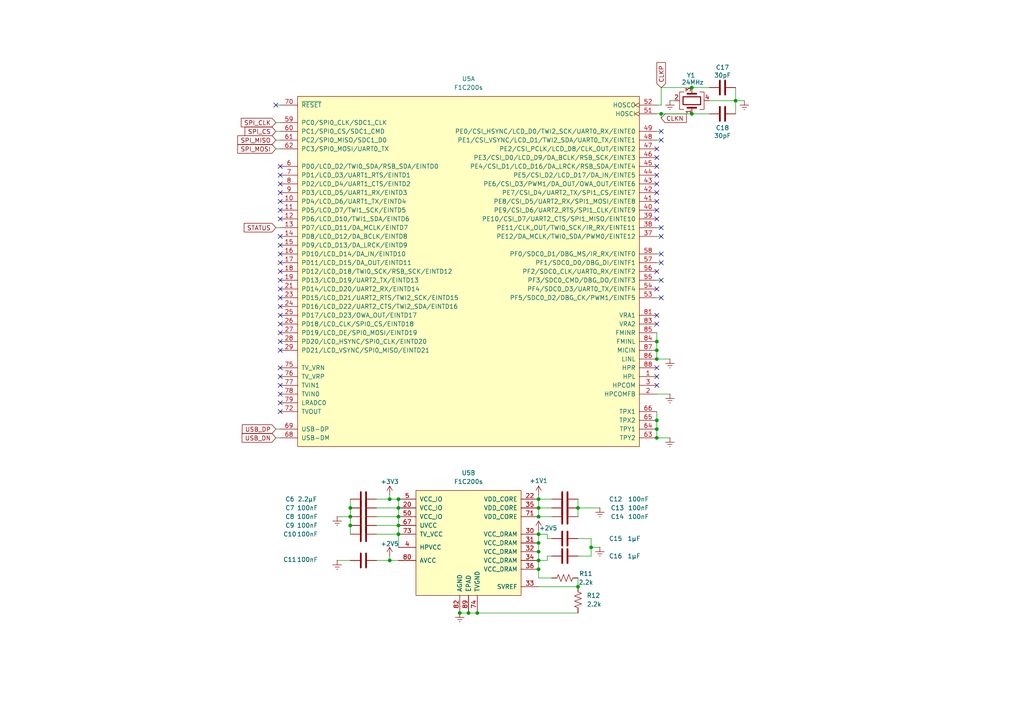
<source format=kicad_sch>
(kicad_sch (version 20231120) (generator "eeschema") (generator_version "8.0")
  (paper "A4")
  (lib_symbols
    (symbol "3340_kicad:F1C100s" (pin_names (offset 1.016))
      (property "Reference" "U" (at 0 1.27 0))
      (property "Value" "F1C100s" (at 0 -1.27 0))
      (symbol "F1C100s_1_0"
        (pin output line (at 55.88 -30.48 180) (length 5.08) (name "HPL") (number "1"))
        (pin bidirectional line (at -53.34 20.32 0) (length 5.08) (name "PD4/LCD_D6/UART1_TX/EINTD4") (number "10"))
        (pin bidirectional line (at -53.34 17.78 0) (length 5.08) (name "PD5/LCD_D7/TWI1_SCK/EINTD5") (number "11"))
        (pin bidirectional line (at -53.34 15.24 0) (length 5.08) (name "PD6/LCD_D10/TWI1_SDA/EINTD6") (number "12"))
        (pin bidirectional line (at -53.34 12.7 0) (length 5.08) (name "PD7/LCD_D11/DA_MCLK/EINTD7") (number "13"))
        (pin bidirectional line (at -53.34 10.16 0) (length 5.08) (name "PD8/LCD_D12/DA_BCLK/EINTD8") (number "14"))
        (pin bidirectional line (at -53.34 7.62 0) (length 5.08) (name "PD9/LCD_D13/DA_LRCK/EINTD9") (number "15"))
        (pin bidirectional line (at -53.34 5.08 0) (length 5.08) (name "PD10/LCD_D14/DA_IN/EINTD10") (number "16"))
        (pin bidirectional line (at -53.34 2.54 0) (length 5.08) (name "PD11/LCD_D15/DA_OUT/EINTD11") (number "17"))
        (pin bidirectional line (at -53.34 0 0) (length 5.08) (name "PD12/LCD_D18/TWI0_SCK/RSB_SCK/EINTD12") (number "18"))
        (pin bidirectional line (at -53.34 -2.54 0) (length 5.08) (name "PD13/LCD_D19/UART2_TX/EINTD13") (number "19"))
        (pin input line (at 55.88 -35.56 180) (length 5.08) (name "HPCOMFB") (number "2"))
        (pin bidirectional line (at -53.34 -5.08 0) (length 5.08) (name "PD14/LCD_D20/UART2_RX/EINTD14") (number "21"))
        (pin bidirectional line (at -53.34 -7.62 0) (length 5.08) (name "PD15/LCD_D21/UART2_RTS/TWI2_SCK/EINTD15") (number "23"))
        (pin bidirectional line (at -53.34 -10.16 0) (length 5.08) (name "PD16/LCD_D22/UART2_CTS/TWI2_SDA/EINTD16") (number "24"))
        (pin bidirectional line (at -53.34 -12.7 0) (length 5.08) (name "PD17/LCD_D23/OWA_OUT/EINTD17") (number "25"))
        (pin bidirectional line (at -53.34 -15.24 0) (length 5.08) (name "PD18/LCD_CLK/SPI0_CS/EINTD18") (number "26"))
        (pin bidirectional line (at -53.34 -17.78 0) (length 5.08) (name "PD19/LCD_DE/SPI0_MOSI/EINTD19") (number "27"))
        (pin bidirectional line (at -53.34 -20.32 0) (length 5.08) (name "PD20/LCD_HSYNC/SPI0_CLK/EINTD20") (number "28"))
        (pin bidirectional line (at -53.34 -22.86 0) (length 5.08) (name "PD21/LCD_VSYNC/SPI0_MISO/EINTD21") (number "29"))
        (pin output line (at 55.88 -33.02 180) (length 5.08) (name "HPCOM") (number "3"))
        (pin bidirectional line (at 55.88 10.16 180) (length 5.08) (name "PE12/DA_MCLK/TWI0_SDA/PWM0/EINTE12") (number "37"))
        (pin bidirectional line (at 55.88 12.7 180) (length 5.08) (name "PE11/CLK_OUT/TWI0_SCK/IR_RX/EINTE11") (number "38"))
        (pin bidirectional line (at 55.88 15.24 180) (length 5.08) (name "PE10/CSI_D7/UART2_CTS/SPI1_MISO/EINTE10") (number "39"))
        (pin bidirectional line (at 55.88 17.78 180) (length 5.08) (name "PE9/CSI_D6/UART2_RTS/SPI1_CLK/EINTE9") (number "40"))
        (pin bidirectional line (at 55.88 20.32 180) (length 5.08) (name "PE8/CSI_D5/UART2_RX/SPI1_MOSI/EINTE8") (number "41"))
        (pin bidirectional line (at 55.88 22.86 180) (length 5.08) (name "PE7/CSI_D4/UART2_TX/SPI1_CS/EINTE7") (number "42"))
        (pin bidirectional line (at 55.88 25.4 180) (length 5.08) (name "PE6/CSI_D3/PWM1/DA_OUT/OWA_OUT/EINTE6") (number "43"))
        (pin bidirectional line (at 55.88 27.94 180) (length 5.08) (name "PE5/CSI_D2/LCD_D17/DA_IN/EINTE5") (number "44"))
        (pin bidirectional line (at 55.88 30.48 180) (length 5.08) (name "PE4/CSI_D1/LCD_D16/DA_LRCK/RSB_SDA/EINTE4") (number "45"))
        (pin bidirectional line (at 55.88 33.02 180) (length 5.08) (name "PE3/CSI_D0/LCD_D9/DA_BCLK/RSB_SCK/EINTE3") (number "46"))
        (pin bidirectional line (at 55.88 35.56 180) (length 5.08) (name "PE2/CSI_PCLK/LCD_D8/CLK_OUT/EINTE2") (number "47"))
        (pin bidirectional line (at 55.88 38.1 180) (length 5.08) (name "PE1/CSI_VSYNC/LCD_D1/TWI2_SDA/UART0_TX/EINTE1") (number "48"))
        (pin bidirectional line (at 55.88 40.64 180) (length 5.08) (name "PE0/CSI_HSYNC/LCD_D0/TWI2_SCK/UART0_RX/EINTE0") (number "49"))
        (pin input clock (at 55.88 45.72 180) (length 5.08) (name "HOSCI") (number "51"))
        (pin input clock (at 55.88 48.26 180) (length 5.08) (name "HOSCO") (number "52"))
        (pin bidirectional line (at 55.88 -7.62 180) (length 5.08) (name "PF5/SDC0_D2/DBG_CK/PWM1/EINTF5") (number "53"))
        (pin bidirectional line (at 55.88 -5.08 180) (length 5.08) (name "PF4/SDC0_D3/UART0_TX/EINTF4") (number "54"))
        (pin bidirectional line (at 55.88 -2.54 180) (length 5.08) (name "PF3/SDC0_CMD/DBG_DO/EINTF3") (number "55"))
        (pin bidirectional line (at 55.88 0 180) (length 5.08) (name "PF2/SDC0_CLK/UART0_RX/EINTF2") (number "56"))
        (pin bidirectional line (at 55.88 2.54 180) (length 5.08) (name "PF1/SDC0_D0/DBG_DI/EINTF1") (number "57"))
        (pin bidirectional line (at 55.88 5.08 180) (length 5.08) (name "PF0/SDC0_D1/DBG_MS/IR_RX/EINTF0") (number "58"))
        (pin bidirectional line (at -53.34 43.18 0) (length 5.08) (name "PC0/SPI0_CLK/SDC1_CLK") (number "59"))
        (pin bidirectional line (at -53.34 30.48 0) (length 5.08) (name "PD0/LCD_D2/TWI0_SDA/RSB_SDA/EINTD0") (number "6"))
        (pin bidirectional line (at -53.34 40.64 0) (length 5.08) (name "PC1/SPI0_CS/SDC1_CMD") (number "60"))
        (pin bidirectional line (at -53.34 38.1 0) (length 5.08) (name "PC2/SPI0_MISO/SDC1_D0") (number "61"))
        (pin bidirectional line (at -53.34 35.56 0) (length 5.08) (name "PC3/SPI0_MOSI/UART0_TX") (number "62"))
        (pin input line (at 55.88 -48.26 180) (length 5.08) (name "TPY2") (number "63"))
        (pin input line (at 55.88 -45.72 180) (length 5.08) (name "TPY1") (number "64"))
        (pin input line (at 55.88 -43.18 180) (length 5.08) (name "TPX2") (number "65"))
        (pin input line (at 55.88 -40.64 180) (length 5.08) (name "TPX1") (number "66"))
        (pin bidirectional line (at -53.34 -48.26 0) (length 5.08) (name "USB-DM") (number "68"))
        (pin bidirectional line (at -53.34 -45.72 0) (length 5.08) (name "USB-DP") (number "69"))
        (pin bidirectional line (at -53.34 27.94 0) (length 5.08) (name "PD1/LCD_D3/UART1_RTS/EINTD1") (number "7"))
        (pin input line (at -53.34 48.26 0) (length 5.08) (name "~{RESET}") (number "70"))
        (pin output line (at -53.34 -40.64 0) (length 5.08) (name "TVOUT") (number "72"))
        (pin input line (at -53.34 -27.94 0) (length 5.08) (name "TV_VRN") (number "75"))
        (pin input line (at -53.34 -30.48 0) (length 5.08) (name "TV_VRP") (number "76"))
        (pin input line (at -53.34 -33.02 0) (length 5.08) (name "TVIN1") (number "77"))
        (pin input line (at -53.34 -35.56 0) (length 5.08) (name "TVIN0") (number "78"))
        (pin input line (at -53.34 -38.1 0) (length 5.08) (name "LRADC0") (number "79"))
        (pin bidirectional line (at -53.34 25.4 0) (length 5.08) (name "PD2/LCD_D4/UART1_CTS/EINTD2") (number "8"))
        (pin input line (at 55.88 -20.32 180) (length 5.08) (name "FMINL") (number "84"))
        (pin input line (at 55.88 -17.78 180) (length 5.08) (name "FMINR") (number "85"))
        (pin input line (at 55.88 -25.4 180) (length 5.08) (name "LINL") (number "86"))
        (pin input line (at 55.88 -22.86 180) (length 5.08) (name "MICIN") (number "87"))
        (pin output line (at 55.88 -27.94 180) (length 5.08) (name "HPR") (number "88"))
        (pin bidirectional line (at -53.34 22.86 0) (length 5.08) (name "PD3/LCD_D5/UART1_RX/EINTD3") (number "9"))
      )
      (symbol "F1C100s_1_1"
        (rectangle (start -48.26 50.8) (end 50.8 -50.8) (fill (type background)))
        (pin output line (at 55.88 -12.7 180) (length 5.08) (name "VRA1") (number "81"))
        (pin output line (at 55.88 -15.24 180) (length 5.08) (name "VRA2") (number "83"))
      )
      (symbol "F1C100s_2_0"
        (pin power_in line (at -20.32 8.89 0) (length 5.08) (name "VCC_IO") (number "20"))
        (pin power_in line (at 20.32 11.43 180) (length 5.08) (name "VDD_CORE") (number "22"))
        (pin power_in line (at 20.32 1.27 180) (length 5.08) (name "VCC_DRAM") (number "30"))
        (pin power_in line (at 20.32 -1.27 180) (length 5.08) (name "VCC_DRAM") (number "31"))
        (pin power_in line (at 20.32 -3.81 180) (length 5.08) (name "VCC_DRAM") (number "32"))
        (pin input line (at 20.32 -13.97 180) (length 5.08) (name "SVREF") (number "33"))
        (pin power_in line (at 20.32 -6.35 180) (length 5.08) (name "VCC_DRAM") (number "34"))
        (pin power_in line (at 20.32 8.89 180) (length 5.08) (name "VDD_CORE") (number "35"))
        (pin power_in line (at 20.32 -8.89 180) (length 5.08) (name "VCC_DRAM") (number "36"))
        (pin power_in line (at -20.32 -2.54 0) (length 5.08) (name "HPVCC") (number "4"))
        (pin power_in line (at -20.32 11.43 0) (length 5.08) (name "VCC_IO") (number "5"))
        (pin power_in line (at -20.32 6.35 0) (length 5.08) (name "VCC_IO") (number "50"))
        (pin power_in line (at -20.32 3.81 0) (length 5.08) (name "UVCC") (number "67"))
        (pin power_in line (at 20.32 6.35 180) (length 5.08) (name "VDD_CORE") (number "71"))
        (pin power_in line (at -20.32 1.27 0) (length 5.08) (name "TV_VCC") (number "73"))
        (pin power_in line (at 2.54 -21.59 90) (length 5.08) (name "TVGND") (number "74"))
        (pin power_in line (at -20.32 -6.35 0) (length 5.08) (name "AVCC") (number "80"))
        (pin power_in line (at -2.54 -21.59 90) (length 5.08) (name "AGND") (number "82"))
        (pin power_in line (at 0 -21.59 90) (length 5.08) (name "EPAD") (number "89"))
      )
      (symbol "F1C100s_2_1"
        (rectangle (start -15.24 13.97) (end 15.24 -16.51) (fill (type background)))
      )
    )
    (symbol "Device:C" (pin_numbers hide) (pin_names (offset 0.254))
      (property "Reference" "C" (at 0.635 2.54 0))
      (property "Value" "C" (at 0.635 -2.54 0))
      (symbol "C_0_1"
        (polyline (pts (xy -2.032 -0.762) (xy 2.032 -0.762)) (stroke (width 0.508)))
        (polyline (pts (xy -2.032 0.762) (xy 2.032 0.762)) (stroke (width 0.508)))
      )
      (symbol "C_1_1"
        (pin passive line (at 0 3.81 270) (length 2.794) (name "~") (number "1"))
        (pin passive line (at 0 -3.81 90) (length 2.794) (name "~") (number "2"))
      )
    )
    (symbol "Device:Crystal_GND24" (pin_names (offset 1.016) hide)
      (property "Reference" "Y" (at 3.175 5.08 0))
      (property "Value" "Crystal_GND24" (at 3.175 3.175 0))
      (symbol "Crystal_GND24_0_1"
        (rectangle (start -1.143 2.54) (end 1.143 -2.54) (stroke (width 0.3048)))
        (polyline (pts (xy -2.54 0) (xy -2.032 0)))
        (polyline (pts (xy -2.032 -1.27) (xy -2.032 1.27)) (stroke (width 0.508)))
        (polyline (pts (xy 0 -3.81) (xy 0 -3.556)))
        (polyline (pts (xy 0 3.556) (xy 0 3.81)))
        (polyline (pts (xy 2.032 -1.27) (xy 2.032 1.27)) (stroke (width 0.508)))
        (polyline (pts (xy 2.032 0) (xy 2.54 0)))
        (polyline (pts (xy -2.54 -2.286) (xy -2.54 -3.556) (xy 2.54 -3.556) (xy 2.54 -2.286)))
        (polyline (pts (xy -2.54 2.286) (xy -2.54 3.556) (xy 2.54 3.556) (xy 2.54 2.286)))
      )
      (symbol "Crystal_GND24_1_1"
        (pin passive line (at -3.81 0 0) (length 1.27) (name "1") (number "1"))
        (pin passive line (at 0 5.08 270) (length 1.27) (name "2") (number "2"))
        (pin passive line (at 3.81 0 180) (length 1.27) (name "3") (number "3"))
        (pin passive line (at 0 -5.08 90) (length 1.27) (name "4") (number "4"))
      )
    )
    (symbol "Device:R_US" (pin_numbers hide) (pin_names (offset 0))
      (property "Reference" "R" (at 2.54 0 90))
      (property "Value" "R_US" (at -2.54 0 90))
      (symbol "R_US_0_1"
        (polyline (pts (xy 0 -2.286) (xy 0 -2.54)))
        (polyline (pts (xy 0 2.286) (xy 0 2.54)))
        (polyline (pts (xy 0 -0.762) (xy 1.016 -1.143) (xy 0 -1.524) (xy -1.016 -1.905) (xy 0 -2.286)))
        (polyline (pts (xy 0 0.762) (xy 1.016 0.381) (xy 0 0) (xy -1.016 -0.381) (xy 0 -0.762)))
        (polyline (pts (xy 0 2.286) (xy 1.016 1.905) (xy 0 1.524) (xy -1.016 1.143) (xy 0 0.762)))
      )
      (symbol "R_US_1_1"
        (pin passive line (at 0 3.81 270) (length 1.27) (name "~") (number "1"))
        (pin passive line (at 0 -3.81 90) (length 1.27) (name "~") (number "2"))
      )
    )
    (symbol "power:+1V1" (power) (pin_numbers hide) (pin_names (offset 0) hide)
      (property "Value" "+1V1" (at 0 3.556 0))
      (symbol "+1V1_0_1"
        (polyline (pts (xy -0.762 1.27) (xy 0 2.54)))
        (polyline (pts (xy 0 0) (xy 0 2.54)))
        (polyline (pts (xy 0 2.54) (xy 0.762 1.27)))
      )
      (symbol "+1V1_1_1"
        (pin power_in line (at 0 0 90) (length 0) (name "~") (number "1"))
      )
    )
    (symbol "power:+2V5" (power) (pin_numbers hide) (pin_names (offset 0) hide)
      (property "Value" "+2V5" (at 0 3.556 0))
      (symbol "+2V5_0_1"
        (polyline (pts (xy -0.762 1.27) (xy 0 2.54)))
        (polyline (pts (xy 0 0) (xy 0 2.54)))
        (polyline (pts (xy 0 2.54) (xy 0.762 1.27)))
      )
      (symbol "+2V5_1_1"
        (pin power_in line (at 0 0 90) (length 0) (name "~") (number "1"))
      )
    )
    (symbol "power:+3V3" (power) (pin_numbers hide) (pin_names (offset 0) hide)
      (property "Value" "+3V3" (at 0 3.556 0))
      (symbol "+3V3_0_1"
        (polyline (pts (xy -0.762 1.27) (xy 0 2.54)))
        (polyline (pts (xy 0 0) (xy 0 2.54)))
        (polyline (pts (xy 0 2.54) (xy 0.762 1.27)))
      )
      (symbol "+3V3_1_1"
        (pin power_in line (at 0 0 90) (length 0) (name "~") (number "1"))
      )
    )
    (symbol "power:Earth" (power) (pin_numbers hide) (pin_names (offset 0) hide)
      (property "Value" "Earth" (at 0 -3.81 0))
      (symbol "Earth_0_1"
        (polyline (pts (xy -0.635 -1.905) (xy 0.635 -1.905)))
        (polyline (pts (xy -0.127 -2.54) (xy 0.127 -2.54)))
        (polyline (pts (xy 0 -1.27) (xy 0 0)))
        (polyline (pts (xy 1.27 -1.27) (xy -1.27 -1.27)))
      )
      (symbol "Earth_1_1"
        (pin power_in line (at 0 0 270) (length 0) (name "~") (number "1"))
      )
    )
  )
  (junction (at 156.21 165.1))
  (junction (at 190.5 99.06))
  (junction (at 101.6 147.32))
  (junction (at 200.66 33.02))
  (junction (at 190.5 124.46))
  (junction (at 190.5 127))
  (junction (at 156.21 157.48))
  (junction (at 167.64 170.18))
  (junction (at 156.21 162.56))
  (junction (at 190.5 121.92))
  (junction (at 113.03 144.78))
  (junction (at 115.57 144.78))
  (junction (at 190.5 104.14))
  (junction (at 156.21 154.94))
  (junction (at 135.89 177.8))
  (junction (at 138.43 177.8))
  (junction (at 156.21 160.02))
  (junction (at 191.77 33.02))
  (junction (at 200.66 25.4))
  (junction (at 156.21 144.78))
  (junction (at 113.03 162.56))
  (junction (at 115.57 149.86))
  (junction (at 115.57 152.4))
  (junction (at 101.6 152.4))
  (junction (at 101.6 149.86))
  (junction (at 171.45 158.75))
  (junction (at 156.21 147.32))
  (junction (at 115.57 147.32))
  (junction (at 213.36 29.21))
  (junction (at 167.64 147.32))
  (junction (at 133.35 177.8))
  (junction (at 156.21 149.86))
  (junction (at 115.57 154.94))
  (junction (at 190.5 101.6))
  (no_connect (at 81.28 109.22))
  (no_connect (at 191.77 38.1))
  (no_connect (at 81.28 119.38))
  (no_connect (at 191.77 81.28))
  (no_connect (at 81.28 86.36))
  (no_connect (at 81.28 48.26))
  (no_connect (at 190.5 48.26))
  (no_connect (at 191.77 86.36))
  (no_connect (at 81.28 71.12))
  (no_connect (at 191.77 40.64))
  (no_connect (at 81.28 96.52))
  (no_connect (at 190.5 106.68))
  (no_connect (at 190.5 91.44))
  (no_connect (at 81.28 53.34))
  (no_connect (at 81.28 50.8))
  (no_connect (at 81.28 63.5))
  (no_connect (at 81.28 58.42))
  (no_connect (at 81.28 111.76))
  (no_connect (at 190.5 78.74))
  (no_connect (at 81.28 83.82))
  (no_connect (at 80.01 30.48))
  (no_connect (at 81.28 60.96))
  (no_connect (at 190.5 58.42))
  (no_connect (at 190.5 53.34))
  (no_connect (at 81.28 76.2))
  (no_connect (at 190.5 93.98))
  (no_connect (at 191.77 66.04))
  (no_connect (at 81.28 93.98))
  (no_connect (at 81.28 55.88))
  (no_connect (at 190.5 111.76))
  (no_connect (at 81.28 73.66))
  (no_connect (at 81.28 88.9))
  (no_connect (at 81.28 99.06))
  (no_connect (at 81.28 68.58))
  (no_connect (at 190.5 83.82))
  (no_connect (at 190.5 63.5))
  (no_connect (at 81.28 91.44))
  (no_connect (at 191.77 68.58))
  (no_connect (at 190.5 109.22))
  (no_connect (at 190.5 55.88))
  (no_connect (at 190.5 45.72))
  (no_connect (at 81.28 81.28))
  (no_connect (at 191.77 73.66))
  (no_connect (at 81.28 116.84))
  (no_connect (at 190.5 43.18))
  (no_connect (at 81.28 101.6))
  (no_connect (at 191.77 76.2))
  (no_connect (at 190.5 60.96))
  (no_connect (at 81.28 106.68))
  (no_connect (at 81.28 78.74))
  (no_connect (at 81.28 114.3))
  (no_connect (at 190.5 50.8))
  (wire (pts (xy 109.22 147.32) (xy 115.57 147.32)))
  (wire (pts (xy 190.5 96.52) (xy 190.5 99.06)))
  (wire (pts (xy 156.21 157.48) (xy 156.21 160.02)))
  (wire (pts (xy 80.01 127) (xy 81.28 127)))
  (wire (pts (xy 156.21 162.56) (xy 156.21 165.1)))
  (wire (pts (xy 191.77 30.48) (xy 191.77 25.4)))
  (wire (pts (xy 190.5 30.48) (xy 191.77 30.48)))
  (wire (pts (xy 101.6 147.32) (xy 101.6 149.86)))
  (wire (pts (xy 101.6 152.4) (xy 101.6 154.94)))
  (wire (pts (xy 80.01 43.18) (xy 81.28 43.18)))
  (wire (pts (xy 191.77 68.58) (xy 190.5 68.58)))
  (wire (pts (xy 115.57 144.78) (xy 115.57 147.32)))
  (wire (pts (xy 156.21 167.64) (xy 156.21 165.1)))
  (wire (pts (xy 80.01 38.1) (xy 81.28 38.1)))
  (wire (pts (xy 200.66 33.02) (xy 191.77 33.02)))
  (wire (pts (xy 171.45 158.75) (xy 173.99 158.75)))
  (wire (pts (xy 205.74 29.21) (xy 213.36 29.21)))
  (wire (pts (xy 109.22 149.86) (xy 115.57 149.86)))
  (wire (pts (xy 156.21 160.02) (xy 156.21 162.56)))
  (wire (pts (xy 213.36 25.4) (xy 213.36 29.21)))
  (wire (pts (xy 109.22 152.4) (xy 115.57 152.4)))
  (wire (pts (xy 160.02 149.86) (xy 156.21 149.86)))
  (wire (pts (xy 135.89 177.8) (xy 138.43 177.8)))
  (wire (pts (xy 200.66 25.4) (xy 205.74 25.4)))
  (wire (pts (xy 191.77 86.36) (xy 190.5 86.36)))
  (wire (pts (xy 115.57 149.86) (xy 115.57 152.4)))
  (wire (pts (xy 97.79 162.56) (xy 101.6 162.56)))
  (wire (pts (xy 80.01 35.56) (xy 81.28 35.56)))
  (wire (pts (xy 190.5 119.38) (xy 190.5 121.92)))
  (wire (pts (xy 113.03 144.78) (xy 115.57 144.78)))
  (wire (pts (xy 213.36 29.21) (xy 215.9 29.21)))
  (wire (pts (xy 97.79 149.86) (xy 101.6 149.86)))
  (wire (pts (xy 113.03 162.56) (xy 113.03 161.29)))
  (wire (pts (xy 160.02 156.21) (xy 158.75 156.21)))
  (wire (pts (xy 191.77 40.64) (xy 190.5 40.64)))
  (wire (pts (xy 158.75 156.21) (xy 158.75 154.94)))
  (wire (pts (xy 191.77 81.28) (xy 190.5 81.28)))
  (wire (pts (xy 190.5 124.46) (xy 190.5 127)))
  (wire (pts (xy 213.36 29.21) (xy 213.36 33.02)))
  (wire (pts (xy 194.31 127) (xy 190.5 127)))
  (wire (pts (xy 156.21 154.94) (xy 156.21 157.48)))
  (wire (pts (xy 167.64 147.32) (xy 173.99 147.32)))
  (wire (pts (xy 167.64 167.64) (xy 167.64 170.18)))
  (wire (pts (xy 115.57 154.94) (xy 115.57 158.75)))
  (wire (pts (xy 158.75 161.29) (xy 158.75 162.56)))
  (wire (pts (xy 115.57 152.4) (xy 115.57 154.94)))
  (wire (pts (xy 158.75 154.94) (xy 156.21 154.94)))
  (wire (pts (xy 109.22 154.94) (xy 115.57 154.94)))
  (wire (pts (xy 101.6 144.78) (xy 101.6 147.32)))
  (wire (pts (xy 160.02 144.78) (xy 156.21 144.78)))
  (wire (pts (xy 191.77 33.02) (xy 190.5 33.02)))
  (wire (pts (xy 194.31 114.3) (xy 190.5 114.3)))
  (wire (pts (xy 109.22 144.78) (xy 113.03 144.78)))
  (wire (pts (xy 109.22 162.56) (xy 113.03 162.56)))
  (wire (pts (xy 80.01 66.04) (xy 81.28 66.04)))
  (wire (pts (xy 191.77 33.02) (xy 191.77 34.29)))
  (wire (pts (xy 156.21 143.51) (xy 156.21 144.78)))
  (wire (pts (xy 167.64 147.32) (xy 167.64 149.86)))
  (wire (pts (xy 156.21 144.78) (xy 156.21 147.32)))
  (wire (pts (xy 205.74 33.02) (xy 200.66 33.02)))
  (wire (pts (xy 194.31 104.14) (xy 190.5 104.14)))
  (wire (pts (xy 133.35 177.8) (xy 135.89 177.8)))
  (wire (pts (xy 160.02 147.32) (xy 156.21 147.32)))
  (wire (pts (xy 190.5 121.92) (xy 190.5 124.46)))
  (wire (pts (xy 190.5 101.6) (xy 190.5 104.14)))
  (wire (pts (xy 167.64 144.78) (xy 167.64 147.32)))
  (wire (pts (xy 80.01 30.48) (xy 81.28 30.48)))
  (wire (pts (xy 171.45 156.21) (xy 171.45 158.75)))
  (wire (pts (xy 167.64 177.8) (xy 138.43 177.8)))
  (wire (pts (xy 156.21 170.18) (xy 167.64 170.18)))
  (wire (pts (xy 113.03 143.51) (xy 113.03 144.78)))
  (wire (pts (xy 101.6 149.86) (xy 101.6 152.4)))
  (wire (pts (xy 190.5 99.06) (xy 190.5 101.6)))
  (wire (pts (xy 80.01 40.64) (xy 81.28 40.64)))
  (wire (pts (xy 171.45 161.29) (xy 171.45 158.75)))
  (wire (pts (xy 160.02 167.64) (xy 156.21 167.64)))
  (wire (pts (xy 160.02 161.29) (xy 158.75 161.29)))
  (wire (pts (xy 171.45 156.21) (xy 167.64 156.21)))
  (wire (pts (xy 191.77 66.04) (xy 190.5 66.04)))
  (wire (pts (xy 156.21 147.32) (xy 156.21 149.86)))
  (wire (pts (xy 191.77 38.1) (xy 190.5 38.1)))
  (wire (pts (xy 194.31 29.21) (xy 195.58 29.21)))
  (wire (pts (xy 156.21 153.67) (xy 156.21 154.94)))
  (wire (pts (xy 158.75 162.56) (xy 156.21 162.56)))
  (wire (pts (xy 191.77 25.4) (xy 200.66 25.4)))
  (wire (pts (xy 80.01 124.46) (xy 81.28 124.46)))
  (wire (pts (xy 191.77 76.2) (xy 190.5 76.2)))
  (wire (pts (xy 113.03 162.56) (xy 115.57 162.56)))
  (wire (pts (xy 191.77 73.66) (xy 190.5 73.66)))
  (wire (pts (xy 115.57 147.32) (xy 115.57 149.86)))
  (wire (pts (xy 171.45 161.29) (xy 167.64 161.29)))
  (global_label "CLKN" (shape input) (at 191.77 34.29 0) (property "Intersheetrefs" "${INTERSHEET_REFS}" (effects (hide yes))))
  (global_label "SPI_MOSI" (shape input) (at 80.01 43.18 180) (property "Intersheetrefs" "${INTERSHEET_REFS}" (effects (hide yes))))
  (global_label "USB_DP" (shape input) (at 80.01 124.46 180) (property "Intersheetrefs" "${INTERSHEET_REFS}" (effects (hide yes))))
  (global_label "USB_DN" (shape input) (at 80.01 127 180) (property "Intersheetrefs" "${INTERSHEET_REFS}" (effects (hide yes))))
  (global_label "SPI_CLK" (shape input) (at 80.01 35.56 180) (property "Intersheetrefs" "${INTERSHEET_REFS}" (effects (hide yes))))
  (global_label "SPI_MISO" (shape input) (at 80.01 40.64 180) (property "Intersheetrefs" "${INTERSHEET_REFS}" (effects (hide yes))))
  (global_label "SPI_CS" (shape input) (at 80.01 38.1 180) (property "Intersheetrefs" "${INTERSHEET_REFS}" (effects (hide yes))))
  (global_label "STATUS" (shape input) (at 80.01 66.04 180) (property "Intersheetrefs" "${INTERSHEET_REFS}" (effects (hide yes))))
  (global_label "CLKP" (shape input) (at 191.77 25.4 90) (property "Intersheetrefs" "${INTERSHEET_REFS}" (effects (hide yes))))
  (symbol (lib_id "Device:R_US") (at 163.83 167.64 90) (unit 1)
    (property "Reference" "R11" (at 169.926 166.37 90))
    (property "Value" "2.2k" (at 169.926 168.91 90))
    (property "Footprint" "Resistor_SMD:R_0201_0603Metric" (effects (hide yes)))
    (property "Description" "Resistor, US symbol" (effects (hide yes)))
  )
  (symbol (lib_id "3340_kicad:F1C100s") (at 135.89 156.21 0) (unit 2)
    (property "Reference" "U5" (at 135.89 137.16 0))
    (property "Value" "F1C200s" (at 135.89 139.7 0))
    (property "Footprint" "custom:QFN-88_EP_10x10_Pitch0.4mm" (effects (hide yes)))
  )
  (symbol (lib_id "power:+1V1") (at 156.21 143.51 0) (unit 1)
    (property "Reference" "#PWR022" (effects (hide yes)))
    (property "Value" "+1V1" (at 156.21 139.446 0))
    (property "Description" "Power symbol creates a global label with name \"+1V1\"" (effects (hide yes)))
  )
  (symbol (lib_id "Device:C") (at 209.55 33.02 90) (unit 1)
    (property "Reference" "C18" (at 209.55 37.084 90))
    (property "Value" "30pF" (at 209.55 39.37 90))
    (property "Footprint" "Capacitor_SMD:C_0201_0603Metric" (effects (hide yes)))
    (property "Description" "Unpolarized capacitor" (effects (hide yes)))
  )
  (symbol (lib_id "Device:C") (at 209.55 25.4 90) (unit 1)
    (property "Reference" "C17" (at 209.55 19.558 90))
    (property "Value" "30pF" (at 209.55 21.844 90))
    (property "Footprint" "Capacitor_SMD:C_0201_0603Metric" (effects (hide yes)))
    (property "Description" "Unpolarized capacitor" (effects (hide yes)))
  )
  (symbol (lib_id "power:Earth") (at 173.99 158.75 0) (unit 1)
    (property "Reference" "#PWR025" (effects (hide yes)))
    (property "Value" "GND" (effects (hide yes)))
  )
  (symbol (lib_id "Device:C") (at 105.41 144.78 90) (unit 1)
    (property "Reference" "C6" (at 84.074 144.78 90))
    (property "Value" "2.2µF" (at 89.154 144.78 90))
    (property "Footprint" "Capacitor_SMD:C_0201_0603Metric" (effects (hide yes)))
    (property "Description" "Unpolarized capacitor" (effects (hide yes)))
  )
  (symbol (lib_id "power:Earth") (at 173.99 147.32 0) (unit 1)
    (property "Reference" "#PWR024" (effects (hide yes)))
    (property "Value" "GND" (effects (hide yes)))
  )
  (symbol (lib_id "power:Earth") (at 97.79 149.86 0) (unit 1)
    (property "Reference" "#PWR017" (effects (hide yes)))
    (property "Value" "GND" (effects (hide yes)))
  )
  (symbol (lib_id "power:+2V5") (at 156.21 153.67 0) (unit 1)
    (property "Reference" "#PWR023" (effects (hide yes)))
    (property "Value" "+2V5" (at 159.004 153.162 0))
    (property "Description" "Power symbol creates a global label with name \"+2V5\"" (effects (hide yes)))
  )
  (symbol (lib_id "Device:C") (at 163.83 149.86 90) (unit 1)
    (property "Reference" "C14" (at 179.07 149.86 90))
    (property "Value" "100nF" (at 185.166 149.86 90))
    (property "Footprint" "Capacitor_SMD:C_0201_0603Metric" (effects (hide yes)))
    (property "Description" "Unpolarized capacitor" (effects (hide yes)))
  )
  (symbol (lib_id "power:Earth") (at 194.31 29.21 0) (unit 1)
    (property "Reference" "#PWR026" (effects (hide yes)))
    (property "Value" "GND" (effects (hide yes)))
  )
  (symbol (lib_id "Device:C") (at 163.83 147.32 90) (unit 1)
    (property "Reference" "C13" (at 179.07 147.32 90))
    (property "Value" "100nF" (at 185.166 147.32 90))
    (property "Footprint" "Capacitor_SMD:C_0201_0603Metric" (effects (hide yes)))
    (property "Description" "Unpolarized capacitor" (effects (hide yes)))
  )
  (symbol (lib_id "power:Earth") (at 194.31 114.3 0) (unit 1)
    (property "Reference" "#PWR028" (effects (hide yes)))
    (property "Value" "GND" (effects (hide yes)))
  )
  (symbol (lib_id "Device:C") (at 105.41 149.86 90) (unit 1)
    (property "Reference" "C8" (at 84.074 149.86 90))
    (property "Value" "100nF" (at 89.154 149.86 90))
    (property "Footprint" "Capacitor_SMD:C_0201_0603Metric" (effects (hide yes)))
    (property "Description" "Unpolarized capacitor" (effects (hide yes)))
  )
  (symbol (lib_id "Device:C") (at 105.41 154.94 90) (unit 1)
    (property "Reference" "C10" (at 84.074 154.94 90))
    (property "Value" "100nF" (at 89.154 154.94 90))
    (property "Footprint" "Capacitor_SMD:C_0201_0603Metric" (effects (hide yes)))
    (property "Description" "Unpolarized capacitor" (effects (hide yes)))
  )
  (symbol (lib_id "Device:C") (at 163.83 156.21 90) (unit 1)
    (property "Reference" "C15" (at 178.562 156.21 90))
    (property "Value" "1µF" (at 183.896 156.21 90))
    (property "Footprint" "Capacitor_SMD:C_0201_0603Metric" (effects (hide yes)))
    (property "Description" "Unpolarized capacitor" (effects (hide yes)))
  )
  (symbol (lib_id "power:Earth") (at 97.79 162.56 0) (unit 1)
    (property "Reference" "#PWR018" (effects (hide yes)))
    (property "Value" "GND" (effects (hide yes)))
  )
  (symbol (lib_id "Device:C") (at 105.41 162.56 90) (unit 1)
    (property "Reference" "C11" (at 84.074 162.306 90))
    (property "Value" "100nF" (at 89.154 162.306 90))
    (property "Footprint" "Capacitor_SMD:C_0201_0603Metric" (effects (hide yes)))
    (property "Description" "Unpolarized capacitor" (effects (hide yes)))
  )
  (symbol (lib_id "power:+3V3") (at 113.03 143.51 0) (unit 1)
    (property "Reference" "#PWR019" (effects (hide yes)))
    (property "Value" "+3V3" (at 113.03 139.7 0))
    (property "Description" "Power symbol creates a global label with name \"+3V3\"" (effects (hide yes)))
  )
  (symbol (lib_id "power:Earth") (at 194.31 104.14 0) (unit 1)
    (property "Reference" "#PWR027" (effects (hide yes)))
    (property "Value" "GND" (effects (hide yes)))
  )
  (symbol (lib_id "3340_kicad:F1C100s") (at 134.62 78.74 0) (unit 1)
    (property "Reference" "U5" (at 135.89 22.86 0))
    (property "Value" "F1C200s" (at 135.89 25.4 0))
    (property "Footprint" "custom:QFN-88_EP_10x10_Pitch0.4mm" (effects (hide yes)))
  )
  (symbol (lib_id "Device:C") (at 105.41 147.32 90) (unit 1)
    (property "Reference" "C7" (at 84.074 147.32 90))
    (property "Value" "100nF" (at 89.154 147.32 90))
    (property "Footprint" "Capacitor_SMD:C_0201_0603Metric" (effects (hide yes)))
    (property "Description" "Unpolarized capacitor" (effects (hide yes)))
  )
  (symbol (lib_id "power:Earth") (at 215.9 29.21 0) (unit 1)
    (property "Reference" "#PWR030" (effects (hide yes)))
    (property "Value" "GND" (effects (hide yes)))
  )
  (symbol (lib_id "Device:R_US") (at 167.64 173.99 0) (unit 1)
    (property "Reference" "R12" (at 170.18 172.7199 0) (effects (justify left)))
    (property "Value" "2.2k" (at 170.18 175.2599 0) (effects (justify left)))
    (property "Footprint" "Resistor_SMD:R_0201_0603Metric" (effects (hide yes)))
    (property "Description" "Resistor, US symbol" (effects (hide yes)))
  )
  (symbol (lib_id "Device:C") (at 105.41 152.4 90) (unit 1)
    (property "Reference" "C9" (at 84.074 152.4 90))
    (property "Value" "100nF" (at 89.154 152.4 90))
    (property "Footprint" "Capacitor_SMD:C_0201_0603Metric" (effects (hide yes)))
    (property "Description" "Unpolarized capacitor" (effects (hide yes)))
  )
  (symbol (lib_id "power:+2V5") (at 113.03 161.29 0) (unit 1)
    (property "Reference" "#PWR020" (effects (hide yes)))
    (property "Value" "+2V5" (at 113.03 157.734 0))
    (property "Description" "Power symbol creates a global label with name \"+2V5\"" (effects (hide yes)))
  )
  (symbol (lib_id "power:Earth") (at 133.35 177.8 0) (unit 1)
    (property "Reference" "#PWR021" (effects (hide yes)))
    (property "Value" "GND" (effects (hide yes)))
  )
  (symbol (lib_id "power:Earth") (at 194.31 127 0) (unit 1)
    (property "Reference" "#PWR029" (effects (hide yes)))
    (property "Value" "GND" (effects (hide yes)))
    (property "Description" "Power symbol creates a global label with name \"GND\"" (effects (hide yes)))
  )
  (symbol (lib_id "Device:C") (at 163.83 144.78 90) (unit 1)
    (property "Reference" "C12" (at 178.562 144.78 90))
    (property "Value" "100nF" (at 185.166 144.78 90))
    (property "Footprint" "Capacitor_SMD:C_0201_0603Metric" (effects (hide yes)))
    (property "Description" "Unpolarized capacitor" (effects (hide yes)))
  )
  (symbol (lib_id "Device:Crystal_GND24") (at 200.66 29.21 90) (unit 1)
    (property "Reference" "Y1" (at 200.406 21.844 90))
    (property "Value" "24MHz" (at 200.914 23.876 90))
    (property "Footprint" "Oscillator:Oscillator_SMD_TXC_7C-4Pin_5.0x3.2mm" (effects (hide yes)))
    (property "Description" "Four pin crystal, GND on pins 2 and 4" (effects (hide yes)))
  )
  (symbol (lib_id "Device:C") (at 163.83 161.29 90) (unit 1)
    (property "Reference" "C16" (at 178.562 161.29 90))
    (property "Value" "1µF" (at 183.896 161.29 90))
    (property "Footprint" "Capacitor_SMD:C_0201_0603Metric" (effects (hide yes)))
    (property "Description" "Unpolarized capacitor" (effects (hide yes)))
  )
)
</source>
